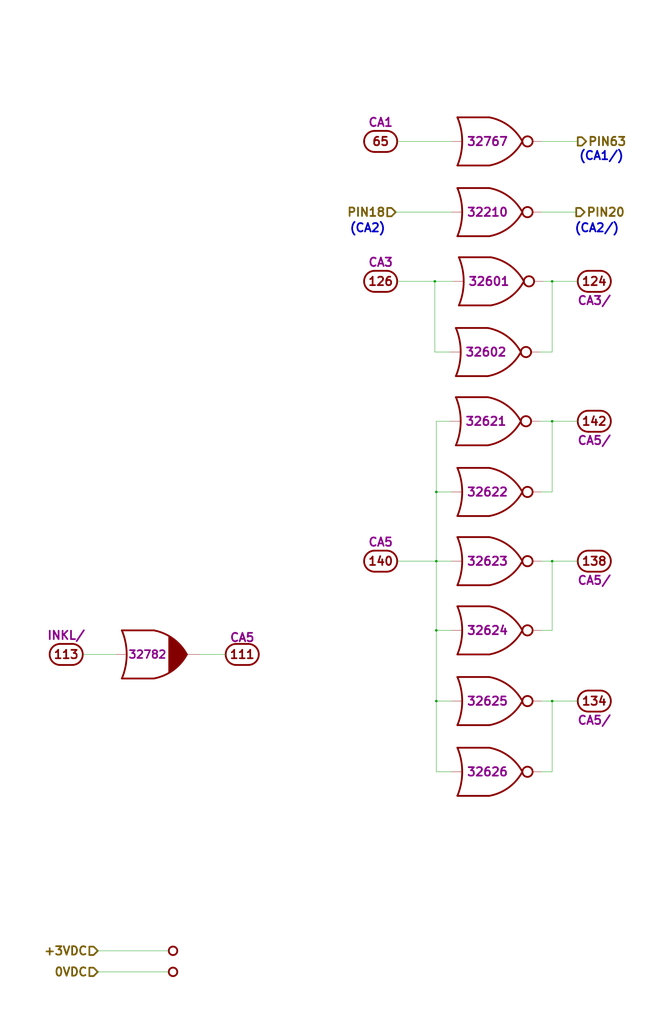
<source format=kicad_sch>
(kicad_sch (version 20211123) (generator eeschema)
  (paper "B" portrait)
  (title_block (title "BLOCK I LOGIC FLOW B, MODULE A18, DRAWING 1006542") (date "2018-11-24") (rev "Draft") (comment 1 "Modules A18"))
  (junction (at 184.15 236.855))
  (junction (at 184.15 266.065))
  (junction (at 184.15 295.91))
  (junction (at 183.515 118.745))
  (junction (at 233.045 236.855))
  (junction (at 233.045 295.91))
  (junction (at 233.045 177.8))
  (junction (at 184.15 207.645))
  (junction (at 233.045 118.745))
  (wire (pts (xy 228.6 207.645) (xy 233.045 207.645)))
  (wire (pts (xy 183.515 148.59) (xy 189.865 148.59)))
  (wire (pts (xy 190.5 266.065) (xy 184.15 266.065)))
  (wire (pts (xy 233.045 118.745) (xy 243.84 118.745)))
  (wire (pts (xy 233.045 325.755) (xy 228.6 325.755)))
  (wire (pts (xy 190.5 207.645) (xy 184.15 207.645)))
  (wire (pts (xy 228.6 295.91) (xy 233.045 295.91)))
  (wire (pts (xy 84.455 276.225) (xy 95.25 276.225)))
  (wire (pts (xy 228.6 236.855) (xy 233.045 236.855)))
  (wire (pts (xy 233.045 148.59) (xy 233.045 118.745)))
  (wire (pts (xy 190.5 236.855) (xy 184.15 236.855)))
  (wire (pts (xy 190.5 59.69) (xy 167.64 59.69)))
  (wire (pts (xy 184.15 236.855) (xy 184.15 266.065)))
  (wire (pts (xy 48.895 276.225) (xy 34.925 276.225)))
  (wire (pts (xy 191.135 118.745) (xy 183.515 118.745)))
  (wire (pts (xy 190.5 295.91) (xy 184.15 295.91)))
  (wire (pts (xy 228.6 59.69) (xy 243.84 59.69)))
  (wire (pts (xy 184.15 177.8) (xy 184.15 207.645)))
  (wire (pts (xy 227.965 148.59) (xy 233.045 148.59)))
  (wire (pts (xy 184.15 266.065) (xy 184.15 295.91)))
  (wire (pts (xy 183.515 118.745) (xy 167.64 118.745)))
  (wire (pts (xy 184.15 295.91) (xy 184.15 325.755)))
  (wire (pts (xy 233.045 177.8) (xy 243.84 177.8)))
  (wire (pts (xy 233.045 295.91) (xy 233.045 325.755)))
  (wire (pts (xy 183.515 118.745) (xy 183.515 148.59)))
  (wire (pts (xy 228.6 89.535) (xy 243.205 89.535)))
  (wire (pts (xy 41.275 410.21) (xy 71.12 410.21)))
  (wire (pts (xy 233.045 236.855) (xy 233.045 266.065)))
  (wire (pts (xy 233.045 236.855) (xy 243.84 236.855)))
  (wire (pts (xy 229.235 118.745) (xy 233.045 118.745)))
  (wire (pts (xy 41.275 401.32) (xy 71.12 401.32)))
  (wire (pts (xy 233.045 207.645) (xy 233.045 177.8)))
  (wire (pts (xy 189.865 177.8) (xy 184.15 177.8)))
  (wire (pts (xy 227.965 177.8) (xy 233.045 177.8)))
  (wire (pts (xy 184.15 325.755) (xy 190.5 325.755)))
  (wire (pts (xy 233.045 295.91) (xy 243.84 295.91)))
  (wire (pts (xy 233.045 266.065) (xy 228.6 266.065)))
  (wire (pts (xy 190.5 89.535) (xy 167.005 89.535)))
  (wire (pts (xy 184.15 236.855) (xy 167.64 236.855)))
  (wire (pts (xy 184.15 207.645) (xy 184.15 236.855)))
  (text "(CA1/)" (at 263.525 67.945 180) (effects (font (size 3.556 3.556) (thickness 0.7112) bold) (justify right bottom)))
  (text "(CA2/)" (at 261.62 98.425 180) (effects (font (size 3.556 3.556) (thickness 0.7112) bold) (justify right bottom)))
  (text "(CA2)" (at 147.32 98.425 0) (effects (font (size 3.556 3.556) (thickness 0.7112) bold) (justify left bottom)))
  (hierarchical_label "PIN18" (shape input) (at 167.005 89.535 180) (effects (font (size 3.556 3.556) (thickness 0.7112) bold)))
  (hierarchical_label "0VDC" (shape input) (at 41.275 410.21 180) (effects (font (size 3.556 3.556) (thickness 0.7112) bold)))
  (hierarchical_label "PIN63" (shape output) (at 243.84 59.69 0) (effects (font (size 3.556 3.556) (thickness 0.7112) bold)))
  (hierarchical_label "+3VDC" (shape input) (at 41.275 401.32 180) (effects (font (size 3.556 3.556) (thickness 0.7112) bold)))
  (hierarchical_label "PIN20" (shape output) (at 243.205 89.535 0) (effects (font (size 3.556 3.556) (thickness 0.7112) bold)))
  (symbol (lib_id "AGC_DSKY:ConnectorGeneric") (at 102.235 276.225 180) (unit 111)
    (property "Reference" "J1" (effects hide))
    (property "Value" "ConnectorGeneric" (effects hide))
    (property "Caption" "CA5" (at 102.235 266.7 0) (effects (font (size 3.556 3.556) bold) (justify bottom)))
  )
  (symbol (lib_id "AGC_DSKY:ConnectorGeneric") (at 27.94 276.225 0) (unit 113)
    (property "Reference" "J1" (effects hide))
    (property "Value" "ConnectorGeneric" (effects hide))
    (property "Caption" "INKL/" (at 27.94 270.51 0) (effects (font (size 3.556 3.556) bold) (justify bottom)))
  )
  (symbol (lib_id "AGC_DSKY:ConnectorGeneric") (at 250.825 295.91 180) (unit 134)
    (property "Reference" "J1" (effects hide))
    (property "Value" "ConnectorGeneric" (effects hide))
    (property "Caption" "CA5/" (at 250.825 301.625 0) (effects (font (size 3.556 3.556) bold) (justify bottom)))
  )
  (symbol (lib_id "AGC_DSKY:ConnectorGeneric") (at 160.655 59.69 0) (unit 65)
    (property "Reference" "J1" (effects hide))
    (property "Value" "ConnectorGeneric" (effects hide))
    (property "Caption" "CA1" (at 160.655 53.975 0) (effects (font (size 3.556 3.556) bold) (justify bottom)))
  )
  (symbol (lib_id "D3NOR-NC-0VDC-expander-nd1021041:D3NOR-NC-0VDC-expander-nd1021041-_3_-___") (at 64.135 276.225 0) (mirror x) (unit 1)
    (property "Reference" "U701" (effects hide))
    (property "Value" "D3NOR-NC-0VDC-expander-nd1021041-_3_-___" (effects hide))
    (property "Location" "32782" (at 62.23 276.225 0) (effects (font (size 3.302 3.302) bold)))
  )
  (symbol (lib_id "D3NOR-+3VDC-0VDC-nd1021041:D3NOR-+3VDC-0VDC-nd1021041-_3_-___") (at 205.74 266.065 0) (mirror x) (unit 1)
    (property "Reference" "U708" (effects hide))
    (property "Value" "D3NOR-+3VDC-0VDC-nd1021041-_3_-___" (effects hide))
    (property "Location" "32624" (at 205.74 266.065 0) (effects (font (size 3.556 3.556) bold)))
  )
  (symbol (lib_id "AGC_DSKY:ConnectorGeneric") (at 250.825 118.745 180) (unit 124)
    (property "Reference" "J1" (effects hide))
    (property "Value" "ConnectorGeneric" (effects hide))
    (property "Caption" "CA3/" (at 250.825 124.46 0) (effects (font (size 3.556 3.556) bold) (justify bottom)))
  )
  (symbol (lib_id "D3NOR-+3VDC-0VDC-nd1021041:D3NOR-+3VDC-0VDC-nd1021041-_3_-___") (at 205.74 295.91 0) (mirror x) (unit 1)
    (property "Reference" "U709" (effects hide))
    (property "Value" "D3NOR-+3VDC-0VDC-nd1021041-_3_-___" (effects hide))
    (property "Location" "32625" (at 205.74 295.91 0) (effects (font (size 3.556 3.556) bold)))
  )
  (symbol (lib_id "AGC_DSKY:ConnectorGeneric") (at 250.825 236.855 180) (unit 138)
    (property "Reference" "J1" (effects hide))
    (property "Value" "ConnectorGeneric" (effects hide))
    (property "Caption" "CA5/" (at 250.825 242.57 0) (effects (font (size 3.556 3.556) bold) (justify bottom)))
  )
  (symbol (lib_id "AGC_DSKY:ConnectorGeneric") (at 160.655 118.745 0) (unit 126)
    (property "Reference" "J1" (effects hide))
    (property "Value" "ConnectorGeneric" (effects hide))
    (property "Caption" "CA3" (at 160.655 113.03 0) (effects (font (size 3.556 3.556) bold) (justify bottom)))
  )
  (symbol (lib_id "AGC_DSKY:ConnectorGeneric") (at 250.825 177.8 180) (unit 142)
    (property "Reference" "J1" (effects hide))
    (property "Value" "ConnectorGeneric" (effects hide))
    (property "Caption" "CA5/" (at 250.825 183.515 0) (effects (font (size 3.556 3.556) bold) (justify bottom)))
  )
  (symbol (lib_id "AGC_DSKY:ConnectorGeneric") (at 160.655 236.855 0) (unit 140)
    (property "Reference" "J1" (effects hide))
    (property "Value" "ConnectorGeneric" (effects hide))
    (property "Caption" "CA5" (at 160.655 231.14 0) (effects (font (size 3.556 3.556) bold) (justify bottom)))
  )
  (symbol (lib_id "D3NOR-+3VDC-0VDC-nd1021041:D3NOR-+3VDC-0VDC-nd1021041-_3_-___") (at 205.74 325.755 0) (mirror x) (unit 1)
    (property "Reference" "U710" (effects hide))
    (property "Value" "D3NOR-+3VDC-0VDC-nd1021041-_3_-___" (effects hide))
    (property "Location" "32626" (at 205.74 325.755 0) (effects (font (size 3.556 3.556) bold)))
  )
  (symbol (lib_id "D3NOR-+3VDC-0VDC-nd1021041:D3NOR-+3VDC-0VDC-nd1021041-_3_-___") (at 206.375 118.745 0) (mirror x) (unit 1)
    (property "Reference" "U711" (effects hide))
    (property "Value" "D3NOR-+3VDC-0VDC-nd1021041-_3_-___" (effects hide))
    (property "Location" "32601" (at 206.375 118.745 0) (effects (font (size 3.556 3.556) bold)))
  )
  (symbol (lib_id "D3NOR-+3VDC-0VDC-nd1021041:D3NOR-+3VDC-0VDC-nd1021041-_3_-___") (at 205.105 148.59 0) (mirror x) (unit 1)
    (property "Reference" "U702" (effects hide))
    (property "Value" "D3NOR-+3VDC-0VDC-nd1021041-_3_-___" (effects hide))
    (property "Location" "32602" (at 205.105 148.59 0) (effects (font (size 3.556 3.556) bold)))
  )
  (symbol (lib_id "D3NOR-+3VDC-0VDC-nd1021041:D3NOR-+3VDC-0VDC-nd1021041-_3_-___") (at 205.74 89.535 0) (mirror x) (unit 1)
    (property "Reference" "U705" (effects hide))
    (property "Value" "D3NOR-+3VDC-0VDC-nd1021041-_3_-___" (effects hide))
    (property "Location" "32210" (at 205.74 89.535 0) (effects (font (size 3.556 3.556) bold)))
  )
  (symbol (lib_id "D3NOR-+3VDC-0VDC-nd1021041:D3NOR-+3VDC-0VDC-nd1021041-_3_-___") (at 205.74 207.645 0) (mirror x) (unit 1)
    (property "Reference" "U706" (effects hide))
    (property "Value" "D3NOR-+3VDC-0VDC-nd1021041-_3_-___" (effects hide))
    (property "Location" "32622" (at 205.74 207.645 0) (effects (font (size 3.556 3.556) bold)))
  )
  (symbol (lib_id "D3NOR-+3VDC-0VDC-nd1021041:D3NOR-+3VDC-0VDC-nd1021041-_3_-___") (at 205.74 236.855 0) (mirror x) (unit 1)
    (property "Reference" "U707" (effects hide))
    (property "Value" "D3NOR-+3VDC-0VDC-nd1021041-_3_-___" (effects hide))
    (property "Location" "32623" (at 205.74 236.855 0) (effects (font (size 3.556 3.556) bold)))
  )
  (symbol (lib_id "D3NOR-+3VDC-0VDC-nd1021041:D3NOR-+3VDC-0VDC-nd1021041-_3_-___") (at 205.105 177.8 0) (mirror x) (unit 1)
    (property "Reference" "U703" (effects hide))
    (property "Value" "D3NOR-+3VDC-0VDC-nd1021041-_3_-___" (effects hide))
    (property "Location" "32621" (at 205.105 177.8 0) (effects (font (size 3.556 3.556) bold)))
  )
  (symbol (lib_id "D3NOR-+3VDC-0VDC-nd1021041:D3NOR-+3VDC-0VDC-nd1021041-_3_-___") (at 205.74 59.69 0) (mirror x) (unit 1)
    (property "Reference" "U704" (effects hide))
    (property "Value" "D3NOR-+3VDC-0VDC-nd1021041-_3_-___" (effects hide))
    (property "Location" "32767" (at 205.74 59.69 0) (effects (font (size 3.556 3.556) bold)))
  )
  (symbol (lib_id "AGC_DSKY:Node2") (at 73.025 401.32 180)
    (property "Reference" "N701" (effects hide))
    (property "Value" "Node2" (effects hide))
    (property "Caption" "+3VDC" (effects hide))
  )
  (symbol (lib_id "AGC_DSKY:Node2") (at 73.025 410.21 180)
    (property "Reference" "N702" (effects hide))
    (property "Value" "Node2" (effects hide))
    (property "Caption" "0VDC" (effects hide))
  )
)
</source>
